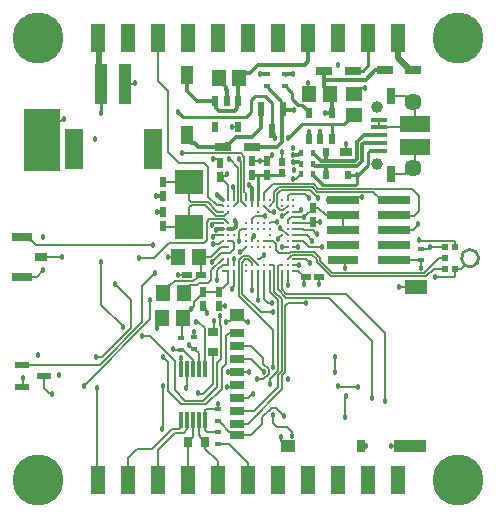
<source format=gtl>
G04*
G04 #@! TF.GenerationSoftware,Altium Limited,Altium Designer,23.10.1 (27)*
G04*
G04 Layer_Physical_Order=1*
G04 Layer_Color=39423*
%FSLAX25Y25*%
%MOIN*%
G70*
G04*
G04 #@! TF.SameCoordinates,F1345391-9F32-4E0E-91B1-EC67AA166F81*
G04*
G04*
G04 #@! TF.FilePolarity,Positive*
G04*
G01*
G75*
%ADD11C,0.01000*%
%ADD15C,0.00800*%
%ADD17R,0.04724X0.02362*%
%ADD18R,0.02055X0.02362*%
%ADD19R,0.02362X0.03347*%
%ADD20R,0.02362X0.02756*%
%ADD21R,0.04331X0.03150*%
%ADD22R,0.03937X0.13780*%
%ADD23R,0.05906X0.13386*%
%ADD24R,0.03150X0.03543*%
%ADD25R,0.03347X0.02756*%
%ADD26R,0.02165X0.01772*%
%ADD27R,0.11000X0.02900*%
%ADD28R,0.10000X0.02900*%
G04:AMPARAMS|DCode=29|XSize=29mil|YSize=110mil|CornerRadius=7.25mil|HoleSize=0mil|Usage=FLASHONLY|Rotation=270.000|XOffset=0mil|YOffset=0mil|HoleType=Round|Shape=RoundedRectangle|*
%AMROUNDEDRECTD29*
21,1,0.02900,0.09550,0,0,270.0*
21,1,0.01450,0.11000,0,0,270.0*
1,1,0.01450,-0.04775,-0.00725*
1,1,0.01450,-0.04775,0.00725*
1,1,0.01450,0.04775,0.00725*
1,1,0.01450,0.04775,-0.00725*
%
%ADD29ROUNDEDRECTD29*%
%ADD30R,0.04724X0.02756*%
%ADD31R,0.04724X0.03937*%
%ADD32R,0.03150X0.03937*%
%ADD33R,0.07480X0.05118*%
%ADD34R,0.11024X0.03937*%
%ADD35R,0.05315X0.02756*%
%ADD36R,0.03937X0.06299*%
%ADD37R,0.04921X0.05512*%
%ADD38R,0.01968X0.02559*%
%ADD39R,0.09449X0.07874*%
%ADD40C,0.01200*%
%ADD41R,0.05512X0.01575*%
%ADD42R,0.09843X0.05610*%
%ADD43R,0.02756X0.05610*%
%ADD44R,0.01181X0.05709*%
%ADD45R,0.06693X0.03150*%
%ADD46R,0.03347X0.02362*%
%ADD47R,0.01772X0.02165*%
%ADD48R,0.02362X0.04724*%
%ADD49R,0.05512X0.04921*%
%ADD53C,0.00394*%
%ADD92C,0.00500*%
%ADD93C,0.01200*%
%ADD94C,0.02000*%
%ADD95R,0.11843X0.21003*%
%ADD96C,0.00500*%
%ADD97R,0.05000X0.09500*%
%ADD98C,0.05709*%
%ADD99C,0.03937*%
%ADD100C,0.17000*%
%ADD101C,0.01800*%
D11*
X146736Y74243D02*
G03*
X140941Y73916I-2906J0D01*
G01*
D02*
G03*
X142097Y71909I2888J327D01*
G01*
D02*
G03*
X146736Y74243I1732J2334D01*
G01*
X73168Y93642D02*
Y102031D01*
X76306D01*
X106207Y99207D02*
Y101760D01*
X105700Y98700D02*
X106207Y99207D01*
X94694Y98700D02*
X105700D01*
X48100Y121200D02*
X69200D01*
X46500Y122800D02*
X48100Y121200D01*
X75643Y128192D02*
X77900Y125935D01*
Y116700D02*
Y125935D01*
X70800Y126800D02*
X72192Y128192D01*
X70800Y122800D02*
Y126800D01*
X69200Y121200D02*
X70800Y122800D01*
X108100Y136700D02*
X110000Y138600D01*
X104724Y136700D02*
X108100D01*
X110000Y138600D02*
Y147700D01*
X106360Y101760D02*
X109700Y105100D01*
X110500Y110100D02*
X113639D01*
X109700Y109300D02*
X110500Y110100D01*
X109700Y105100D02*
Y109300D01*
X106207Y101760D02*
X106360D01*
X83240Y114400D02*
X87830Y118989D01*
X78581Y114819D02*
X79000Y114400D01*
X113639Y110100D02*
X113657Y110082D01*
X103287Y102000D02*
X105968D01*
X106207Y101760D01*
X93155Y100239D02*
X94694Y98700D01*
X91786Y101625D02*
X93155Y100256D01*
X91786Y101625D02*
X91786D01*
X93155Y100239D02*
Y100256D01*
X91400Y102011D02*
X91786Y101625D01*
X101739Y118989D02*
X104805Y122055D01*
X97740Y118989D02*
X101739D01*
X87830D02*
X97740D01*
Y113871D02*
Y118989D01*
X104805Y122055D02*
X105100D01*
X80959Y124468D02*
X81640Y123787D01*
X84600Y127315D02*
Y129232D01*
X90260Y122729D02*
Y123221D01*
X89579Y123902D02*
X90260Y123221D01*
X89087Y123902D02*
X89579D01*
X87745Y125244D02*
X89087Y123902D01*
X86671Y125244D02*
X87745D01*
X84600Y127315D02*
X86671Y125244D01*
X82300Y131532D02*
X82497D01*
X82883Y131146D01*
Y130949D02*
Y131146D01*
Y130949D02*
X84600Y129232D01*
X77900Y116700D02*
X78581Y116019D01*
Y114819D02*
Y116019D01*
X91400Y102011D02*
Y102208D01*
X72192Y128192D02*
X75643D01*
X76306Y102031D02*
X81701D01*
X71200D02*
X76306D01*
X80959Y124468D02*
Y126635D01*
X76646Y130949D02*
X80959Y126635D01*
X76646Y130949D02*
Y131146D01*
X76260Y131532D02*
X76646Y131146D01*
X76063Y131532D02*
X76260D01*
X20963Y122729D02*
Y132327D01*
D15*
X57725Y85325D02*
X57750Y85300D01*
X57725Y85325D02*
X58200Y85800D01*
X61326D01*
X61357Y85769D01*
X73168Y91674D02*
Y93642D01*
X63326Y71989D02*
Y73958D01*
X61357Y71989D02*
X63326D01*
X71200Y91674D02*
Y93642D01*
D17*
X1743Y35000D02*
D03*
X-5343Y31260D02*
D03*
Y38740D02*
D03*
D18*
X135664Y70700D02*
D03*
X138900D02*
D03*
Y77787D02*
D03*
X135664D02*
D03*
Y74243D02*
D03*
D19*
X90260Y122729D02*
D03*
X97740D02*
D03*
Y113871D02*
D03*
X94000D02*
D03*
X90260D02*
D03*
X60200Y58336D02*
D03*
Y62864D02*
D03*
X66440Y117871D02*
D03*
X58960D02*
D03*
Y126729D02*
D03*
X62700D02*
D03*
X66440D02*
D03*
X60400Y101336D02*
D03*
Y105864D02*
D03*
X91400Y90864D02*
D03*
Y86336D02*
D03*
X71200Y102031D02*
D03*
Y106558D02*
D03*
X76306D02*
D03*
Y102031D02*
D03*
X41600Y99564D02*
D03*
Y95036D02*
D03*
Y89464D02*
D03*
Y84936D02*
D03*
X54900Y58400D02*
D03*
Y62928D02*
D03*
D20*
X103287Y102000D02*
D03*
X95800D02*
D03*
Y109480D02*
D03*
D21*
X102500D02*
D03*
X953Y74700D02*
D03*
D22*
X20963Y132327D02*
D03*
X28837D02*
D03*
D23*
X11711Y110673D02*
D03*
X38089D02*
D03*
D24*
X49747Y12800D02*
D03*
X55653D02*
D03*
D25*
X58100Y49548D02*
D03*
Y43052D02*
D03*
D26*
X47500Y47668D02*
D03*
Y43731D02*
D03*
X127600Y77368D02*
D03*
Y73431D02*
D03*
X60000Y12291D02*
D03*
Y16228D02*
D03*
Y19850D02*
D03*
Y23787D02*
D03*
X76063Y131532D02*
D03*
Y135468D02*
D03*
X82300Y131532D02*
D03*
Y135468D02*
D03*
X51900Y47769D02*
D03*
Y43832D02*
D03*
D27*
X101500Y83497D02*
D03*
Y78497D02*
D03*
Y88497D02*
D03*
X118500Y93497D02*
D03*
Y88497D02*
D03*
Y83497D02*
D03*
Y78497D02*
D03*
Y73497D02*
D03*
D28*
X101500D02*
D03*
D29*
Y93497D02*
D03*
D30*
X66311Y15243D02*
D03*
Y49298D02*
D03*
Y44968D02*
D03*
Y40637D02*
D03*
Y36306D02*
D03*
Y31976D02*
D03*
Y27645D02*
D03*
Y23314D02*
D03*
Y18983D02*
D03*
D31*
Y55401D02*
D03*
X83240Y11503D02*
D03*
D32*
X107650D02*
D03*
D33*
X125760Y64653D02*
D03*
D34*
X123988Y11503D02*
D03*
D35*
X104724Y136700D02*
D03*
X95276D02*
D03*
X115400Y136800D02*
D03*
X124849D02*
D03*
X71035Y111411D02*
D03*
X61587D02*
D03*
D36*
X49531Y115200D02*
D03*
Y135200D02*
D03*
D37*
X66945Y134100D02*
D03*
X60055D02*
D03*
X53445Y74700D02*
D03*
X46555D02*
D03*
X41455Y62600D02*
D03*
X48345D02*
D03*
X97145Y129000D02*
D03*
X90255D02*
D03*
X48145Y54400D02*
D03*
X41255D02*
D03*
D38*
X81142Y106165D02*
D03*
Y102424D02*
D03*
D39*
X50200Y99680D02*
D03*
Y84720D02*
D03*
D40*
X84979Y93642D02*
D03*
Y91674D02*
D03*
Y89705D02*
D03*
Y85769D02*
D03*
Y83800D02*
D03*
Y81832D02*
D03*
Y79863D02*
D03*
Y77895D02*
D03*
Y73958D02*
D03*
Y71989D02*
D03*
Y70021D02*
D03*
X83011Y93642D02*
D03*
Y91674D02*
D03*
Y89705D02*
D03*
Y85769D02*
D03*
Y83800D02*
D03*
Y81832D02*
D03*
Y79863D02*
D03*
Y77895D02*
D03*
Y73958D02*
D03*
Y71989D02*
D03*
Y70021D02*
D03*
X81042Y93642D02*
D03*
Y91674D02*
D03*
Y81832D02*
D03*
Y71989D02*
D03*
Y70021D02*
D03*
X77105Y93642D02*
D03*
Y91674D02*
D03*
Y85769D02*
D03*
Y83800D02*
D03*
Y81832D02*
D03*
Y79863D02*
D03*
Y77895D02*
D03*
Y71989D02*
D03*
Y70021D02*
D03*
X75137Y93642D02*
D03*
Y91674D02*
D03*
Y85769D02*
D03*
Y83800D02*
D03*
Y79863D02*
D03*
Y77895D02*
D03*
Y71989D02*
D03*
Y70021D02*
D03*
X73168Y93642D02*
D03*
Y91674D02*
D03*
Y89705D02*
D03*
Y85769D02*
D03*
Y83800D02*
D03*
Y79863D02*
D03*
Y77895D02*
D03*
Y73958D02*
D03*
Y71989D02*
D03*
Y70021D02*
D03*
X71200Y93642D02*
D03*
Y91674D02*
D03*
Y85769D02*
D03*
Y83800D02*
D03*
Y79863D02*
D03*
Y77895D02*
D03*
Y71989D02*
D03*
Y70021D02*
D03*
X69231Y93642D02*
D03*
Y91674D02*
D03*
Y85769D02*
D03*
Y83800D02*
D03*
Y81832D02*
D03*
Y79863D02*
D03*
Y77895D02*
D03*
Y71989D02*
D03*
Y70021D02*
D03*
X65294Y93642D02*
D03*
Y91674D02*
D03*
Y81832D02*
D03*
Y71989D02*
D03*
Y70021D02*
D03*
X63326Y93642D02*
D03*
Y91674D02*
D03*
Y89705D02*
D03*
Y85769D02*
D03*
Y83800D02*
D03*
Y81832D02*
D03*
Y79863D02*
D03*
Y77895D02*
D03*
Y73958D02*
D03*
Y71989D02*
D03*
Y70021D02*
D03*
X61357Y93642D02*
D03*
Y91674D02*
D03*
Y89705D02*
D03*
Y85769D02*
D03*
Y83800D02*
D03*
Y81832D02*
D03*
Y79863D02*
D03*
Y77895D02*
D03*
Y73958D02*
D03*
Y71989D02*
D03*
Y70021D02*
D03*
D41*
X113657Y110082D02*
D03*
Y112641D02*
D03*
Y120318D02*
D03*
Y117759D02*
D03*
Y115200D02*
D03*
D42*
X125527Y118989D02*
D03*
Y111411D02*
D03*
D43*
X117653Y102208D02*
D03*
Y128192D02*
D03*
D44*
X55437Y37132D02*
D03*
X53469D02*
D03*
X51500D02*
D03*
X49531D02*
D03*
X47563D02*
D03*
X55437Y20400D02*
D03*
X53469D02*
D03*
X51500D02*
D03*
X49531D02*
D03*
X47563D02*
D03*
D45*
X-5543Y68007D02*
D03*
Y81393D02*
D03*
D46*
X49636Y68700D02*
D03*
X54164D02*
D03*
X93664Y67769D02*
D03*
X89136D02*
D03*
D47*
X87463Y102208D02*
D03*
X91400D02*
D03*
Y105653D02*
D03*
X87463D02*
D03*
X91400Y109300D02*
D03*
X87463D02*
D03*
D48*
X81640Y123787D02*
D03*
X74160D02*
D03*
X77900Y116700D02*
D03*
D49*
X105100Y122055D02*
D03*
Y128945D02*
D03*
D53*
X143829Y71290D02*
D03*
D92*
X-5200Y31403D02*
Y34400D01*
X-5343Y31260D02*
X-5200Y31403D01*
X4148Y28876D02*
X4500D01*
X3645Y29355D02*
X3669D01*
X2000Y31000D02*
Y34743D01*
X3669Y29355D02*
X4148Y28876D01*
X2000Y31000D02*
X3645Y29355D01*
X1743Y35000D02*
X2000Y34743D01*
X20340Y38740D02*
X34600Y53000D01*
X20288Y38688D02*
X20340Y38740D01*
X-5343D02*
X20340D01*
X60600Y51816D02*
X60897Y51519D01*
X60600Y51816D02*
Y52478D01*
X58600Y50454D02*
Y53200D01*
X58173Y50027D02*
X58600Y50454D01*
X60600Y52478D02*
Y54800D01*
X58068Y49580D02*
X58344Y49856D01*
X58173Y50027D02*
X58344Y49856D01*
X56138Y56000D02*
X56200D01*
X55831Y56306D02*
X56138Y56000D01*
X59492Y91808D02*
X61224D01*
X56600Y94700D02*
Y104500D01*
Y94700D02*
X59492Y91808D01*
X47006Y105894D02*
X55206D01*
X56600Y104500D01*
X43300Y109600D02*
Y129900D01*
Y109600D02*
X47006Y105894D01*
X47900Y109100D02*
X48000Y109000D01*
X47800Y109200D02*
X47900Y109100D01*
X67600D01*
X68644Y108055D01*
X66995Y106905D02*
Y107086D01*
X69231Y93642D02*
Y95768D01*
X68644Y96355D02*
Y108055D01*
Y96355D02*
X69231Y95768D01*
X30800Y51000D02*
Y60328D01*
X25425Y65702D02*
Y65702D01*
Y65702D02*
X30800Y60328D01*
X21200Y41400D02*
X30800Y51000D01*
X19300Y41400D02*
X21200D01*
X34600Y53000D02*
Y64850D01*
X28234Y51280D02*
Y51453D01*
X19500Y700D02*
Y30800D01*
Y700D02*
X20000Y200D01*
X20963Y58724D02*
Y72813D01*
Y58724D02*
X28234Y51453D01*
X15100Y31700D02*
X37300Y53900D01*
Y60313D01*
X60400Y105864D02*
Y106219D01*
X63850Y107150D02*
X66645Y104356D01*
X59469Y107150D02*
X60400Y106219D01*
X58100Y107150D02*
X59469D01*
X63563D02*
X63850D01*
X67645Y93261D02*
Y106255D01*
X66995Y106905D02*
X67645Y106255D01*
X66645Y93024D02*
Y104356D01*
X47400Y40800D02*
Y40900D01*
X47900Y43832D02*
X51377Y40354D01*
X102500Y62400D02*
X115500Y49400D01*
X81042Y63974D02*
X82617Y62400D01*
X102500D01*
X115500Y26700D02*
Y49400D01*
X96959Y60841D02*
X111300Y46500D01*
Y27600D02*
Y46500D01*
X82659Y60841D02*
X96959D01*
X79693Y63807D02*
Y71592D01*
X80089Y71989D02*
X81042D01*
X79693Y71592D02*
X80089Y71989D01*
X77105D02*
X78111D01*
X78600Y63057D02*
Y71500D01*
X78111Y71989D02*
X78600Y71500D01*
X71200Y87416D02*
X72040Y88256D01*
X71200Y85769D02*
Y87416D01*
X71100Y79963D02*
Y81253D01*
Y79963D02*
X71200Y79863D01*
X71100Y81253D02*
X71700Y81853D01*
X67000Y79918D02*
Y83100D01*
X67700Y83800D01*
X69231D01*
X66945Y79863D02*
X67000Y79918D01*
X53500Y15150D02*
X54328Y14322D01*
X53500Y15150D02*
Y20369D01*
X53469Y20400D02*
X53500Y20369D01*
X40000Y200D02*
Y10400D01*
X45600Y16000D02*
X48400D01*
X40000Y10400D02*
X45600Y16000D01*
X49531Y17131D02*
Y20400D01*
X48400Y16000D02*
X49531Y17131D01*
X44500Y17300D02*
X46900D01*
X47563Y17963D02*
Y20400D01*
X46900Y17300D02*
X47563Y17963D01*
X37771Y10571D02*
X44500Y17300D01*
X30000Y200D02*
Y7700D01*
X32871Y10571D02*
X37771D01*
X30000Y7700D02*
X32871Y10571D01*
X79870Y36587D02*
Y60129D01*
X77105Y62894D02*
Y70021D01*
Y62894D02*
X79870Y60129D01*
X79106Y76994D02*
X80103Y75997D01*
X79106Y76994D02*
Y78887D01*
X80103Y75997D02*
X83696D01*
X81200Y35088D02*
X82300Y36188D01*
X69719Y18983D02*
X81200Y30464D01*
Y35088D01*
X79900Y31231D02*
Y35202D01*
X71983Y23314D02*
X79900Y31231D01*
Y35202D02*
X81155Y36457D01*
X81000Y13300D02*
Y14448D01*
X82797Y11503D02*
X83240D01*
X81000Y13300D02*
X82797Y11503D01*
X84600Y14872D02*
Y16400D01*
X83000Y18000D02*
X84600Y16400D01*
X79400Y18000D02*
X83000D01*
X78220Y19180D02*
X79400Y18000D01*
X78220Y19180D02*
Y21818D01*
X74523Y18983D02*
Y21223D01*
X77700Y24400D01*
X79215D01*
X81991Y21624D01*
X41388Y16832D02*
Y31600D01*
X98800Y36100D02*
Y37769D01*
X98826Y37795D01*
X69777Y27645D02*
X71205Y29074D01*
X71505D01*
X50756Y57300D02*
X50778Y57278D01*
X50800Y57300D01*
Y56931D02*
X51200Y57331D01*
X50469Y56600D02*
X50800Y56931D01*
Y57300D01*
X76515Y59100D02*
X78000D01*
X75137Y60478D02*
X76515Y59100D01*
X78591Y89716D02*
Y89750D01*
X77637Y86300D02*
X79325D01*
X79400D01*
X80600Y84100D02*
X80930D01*
X80958Y84072D01*
X78458Y89583D02*
X78591Y89716D01*
X80483Y90324D02*
X81661D01*
X79632Y91176D02*
X80483Y90324D01*
X79632Y91176D02*
Y95447D01*
X80900Y88100D02*
Y88143D01*
X81254Y88497D01*
X77105Y85769D02*
X77637Y86300D01*
X83011Y86811D02*
X84060Y87860D01*
X83011Y85769D02*
Y86811D01*
X84060Y87860D02*
X88396D01*
X76306Y101606D02*
Y102031D01*
X92859Y96403D02*
X111497D01*
X114403Y93497D02*
X118500D01*
X111497Y96403D02*
X114403Y93497D01*
X88662Y96800D02*
X90550D01*
X93200Y94150D01*
X56272Y16228D02*
X60000D01*
X55437Y17063D02*
Y20400D01*
Y17063D02*
X56272Y16228D01*
X51500Y14750D02*
Y20400D01*
X51072Y14322D02*
X51500Y14750D01*
X37115Y48285D02*
X45391Y40009D01*
X34600Y48285D02*
X37115D01*
X45391Y30092D02*
Y40009D01*
X61100Y37458D02*
X62400Y38758D01*
Y48119D01*
X63492Y49211D01*
X54817Y26700D02*
X59500Y31383D01*
Y39100D01*
X60897Y40497D01*
Y51519D01*
X55958Y25500D02*
X61100Y30642D01*
Y37458D01*
X58100Y32268D02*
Y43052D01*
X54900Y29068D02*
X58100Y32268D01*
X80833Y14615D02*
X81000Y14448D01*
X82300Y36188D02*
Y58300D01*
X83191Y59191D02*
X88821D01*
X82300Y58300D02*
X83191Y59191D01*
X73958Y73958D02*
X75100Y75100D01*
X73168Y73958D02*
X73958D01*
X75100Y75100D02*
X75100D01*
X69941Y73759D02*
X71200Y72500D01*
Y71989D02*
Y72500D01*
X67882Y72679D02*
X68962Y73759D01*
X69941D01*
X68322Y74958D02*
X70243D01*
X73168Y71989D02*
Y72031D01*
X70243Y74958D02*
X73168Y72031D01*
X91400Y90864D02*
X93336D01*
X95703Y88497D01*
X101500D01*
X91400Y90400D02*
Y90864D01*
X88396Y87860D02*
X88560D01*
X90140Y89441D01*
X90469D01*
X83700Y95500D02*
X88900D01*
X90058Y94342D02*
X90058D01*
X88900Y95500D02*
X90058Y94342D01*
X83011Y93642D02*
Y94811D01*
X83700Y95500D01*
X81100Y109600D02*
Y109900D01*
X81142Y109942D01*
Y106165D02*
Y109942D01*
X85855Y100600D02*
X87463Y102208D01*
X85000Y100600D02*
X85855D01*
X84138Y96800D02*
X88662D01*
X84966Y98800D02*
X87833D01*
X84552Y97800D02*
X88248D01*
X56100Y80200D02*
Y86300D01*
X55300Y79400D02*
X56100Y80200D01*
Y86300D02*
X57000Y87200D01*
X58100Y81393D02*
X58539Y81832D01*
X58100Y78900D02*
X58570D01*
X58640Y78829D01*
X61895Y87200D02*
X63326Y85769D01*
X57000Y87200D02*
X61895D01*
X59044Y88256D02*
X61822D01*
X55400Y91900D02*
X59044Y88256D01*
X59595Y89705D02*
X61357D01*
X56400Y92900D02*
X59595Y89705D01*
X51100Y91900D02*
X55400D01*
X50200Y99680D02*
X50700D01*
X51300Y99080D01*
Y97214D02*
Y99080D01*
X50200Y84720D02*
X50300Y84820D01*
Y91100D02*
X51100Y91900D01*
X50300Y84820D02*
Y91100D01*
X51000Y92900D02*
X56400D01*
X50200Y93700D02*
Y99680D01*
Y93700D02*
X51000Y92900D01*
X41816Y84720D02*
X50200D01*
X41717Y99680D02*
X50200D01*
X38400Y74200D02*
X43600Y79400D01*
X55300D01*
X58539Y81832D02*
X61357D01*
X33300Y74200D02*
X38400D01*
X33300D02*
X33400Y74300D01*
X61822Y88256D02*
X62916Y89350D01*
X80984Y96800D02*
X84138D01*
X88248Y97800D02*
X91461D01*
X80107D02*
X84552D01*
X87833Y98800D02*
X91876D01*
X78063D02*
X84966D01*
X79632Y95447D02*
X80984Y96800D01*
X77281Y107982D02*
X77900Y108600D01*
X102607Y109588D02*
Y112141D01*
X102500Y109480D02*
X102607Y109588D01*
X63326Y89623D02*
Y89705D01*
X63053Y89350D02*
X63326Y89623D01*
X62916Y89350D02*
X63053D01*
X68029Y53682D02*
X68418D01*
X69324Y52776D02*
X69938D01*
X68418Y53682D02*
X69324Y52776D01*
X69500Y36300D02*
X70100D01*
X69494Y36306D02*
X69500Y36300D01*
X52312Y43688D02*
X53469Y42531D01*
Y41733D02*
Y42531D01*
X52044Y43688D02*
X52312D01*
X50200Y45200D02*
X50323D01*
X50623Y44900D01*
X51377Y37255D02*
Y40354D01*
X50623Y44900D02*
X51692Y43832D01*
X51900D01*
X60200Y58200D02*
X62200D01*
X60200D02*
Y58336D01*
X66882Y73517D02*
X68322Y74958D01*
X66882Y69848D02*
Y73517D01*
Y69047D02*
Y69848D01*
Y63273D02*
Y69047D01*
Y61722D02*
Y63273D01*
Y61722D02*
X78220Y50383D01*
X67882Y62379D02*
X74061Y56200D01*
X67882Y62379D02*
Y62859D01*
Y69461D02*
Y70262D01*
Y62859D02*
Y69461D01*
Y70262D02*
Y72679D01*
X65311Y74056D02*
X65328Y74073D01*
X65294Y64940D02*
Y70021D01*
X64427Y64073D02*
X65294Y64940D01*
X88731Y67769D02*
X89136D01*
X84979Y70021D02*
X86480D01*
X88731Y67769D01*
X83011Y65335D02*
Y70021D01*
X83011Y65335D02*
X83240Y65106D01*
X78600Y63057D02*
X81155Y60502D01*
X79693Y63807D02*
X82659Y60841D01*
X51200Y57331D02*
X52000Y58131D01*
Y59700D02*
X53804Y61504D01*
X52000Y58131D02*
Y59700D01*
X53804Y61504D02*
X53969D01*
X45355Y66500D02*
X51600D01*
X52741Y67641D02*
Y67769D01*
X51600Y66500D02*
X52741Y67641D01*
X50555Y65106D02*
X52706D01*
X53600Y66000D02*
X56600D01*
X52706Y65106D02*
X53600Y66000D01*
X-704Y78497D02*
X38089D01*
X-1063Y78856D02*
X-704Y78497D01*
X-2275Y80068D02*
X-1063Y78856D01*
X126800Y80200D02*
X126987Y80013D01*
X138607D01*
X138900Y77787D02*
Y79720D01*
X138607Y80013D02*
X138900Y79720D01*
X133399Y74243D02*
X135664D01*
X97904Y69250D02*
X128406D01*
X133399Y74243D01*
X97489Y68250D02*
X129301D01*
X131751Y70700D01*
X138607Y67964D02*
X138900Y68257D01*
X131751Y70700D02*
X135664D01*
X132300Y67964D02*
X138607D01*
X138900Y68257D02*
Y70700D01*
X122143Y128192D02*
X124623Y125712D01*
X125133D01*
X140887Y70700D02*
X142097Y71909D01*
X7457Y119976D02*
X8341Y120859D01*
X60959Y75997D02*
X63922D01*
X57974Y73012D02*
X60959Y75997D01*
X57508Y70108D02*
X61357Y73958D01*
X57974Y72907D02*
Y73012D01*
X57508Y66908D02*
Y70108D01*
X8581Y120619D02*
Y121100D01*
Y120619D02*
X8600Y120600D01*
X125133Y125712D02*
X125527Y125318D01*
X117653Y128192D02*
X122143D01*
X76063Y135468D02*
X76063Y135468D01*
X125251Y88407D02*
X126800Y89956D01*
X124350Y97403D02*
X126800Y94952D01*
Y89956D02*
Y94952D01*
X118591Y88407D02*
X125251D01*
X93273Y97403D02*
X124350D01*
X91876Y98800D02*
X93273Y97403D01*
X91461Y97800D02*
X92859Y96403D01*
X102257Y94599D02*
X107693D01*
X101155Y93497D02*
X102257Y94599D01*
X101155Y93497D02*
X101500D01*
X78632Y93200D02*
Y96325D01*
X80107Y97800D01*
X-3600Y81221D02*
X-2447Y80068D01*
X-2275D01*
X54328Y14322D02*
X54328D01*
X55653Y12997D01*
X59700Y500D02*
Y6524D01*
X55653Y10571D02*
X59700Y6524D01*
X55653Y10571D02*
Y12997D01*
X63492Y49211D02*
X66224D01*
X66311Y49298D01*
Y44968D02*
X70937D01*
X74877Y39021D02*
Y41028D01*
X70937Y44968D02*
X74877Y41028D01*
Y39021D02*
X76787Y37110D01*
Y35623D02*
Y37110D01*
X70806Y40637D02*
X75137Y36306D01*
X66311Y18983D02*
X69719D01*
X66311Y23314D02*
X71983D01*
X81155Y36457D02*
Y60502D01*
X78220Y37928D02*
Y50383D01*
X74061Y56200D02*
X78220D01*
X77295Y34012D02*
X79870Y36587D01*
X75137Y60478D02*
Y70021D01*
X74921Y33757D02*
X76787Y35623D01*
X72709Y33757D02*
X74921D01*
X77295Y32107D02*
Y34012D01*
X48784Y26700D02*
X54817D01*
X45391Y30092D02*
X48784Y26700D01*
X43100Y30055D02*
Y39621D01*
Y30055D02*
X47655Y25500D01*
X55958D01*
X62944Y31405D02*
X65740D01*
X66311Y31976D01*
X53469Y37132D02*
Y41733D01*
X51900Y43832D02*
X52044Y43688D01*
X130700Y77761D02*
X130726Y77787D01*
X130600Y77761D02*
X130700D01*
X77228Y89583D02*
X78458D01*
X62038Y101453D02*
X62793Y102208D01*
X100300Y31300D02*
X106400D01*
X102327Y70977D02*
Y72670D01*
X101500Y73497D02*
X102327Y72670D01*
X89227Y73958D02*
X90602Y72583D01*
Y72460D02*
Y72583D01*
X102300Y21250D02*
X102325Y21275D01*
Y28227D01*
X102350Y28252D01*
X98826Y37795D02*
Y41265D01*
X93500Y65562D02*
X93664Y65726D01*
Y67769D01*
X127500Y73331D02*
X127600Y73431D01*
X127500Y70950D02*
Y73331D01*
X93827Y73327D02*
Y74173D01*
X92827Y72913D02*
X97489Y68250D01*
X92827Y72913D02*
Y73759D01*
X93827Y73327D02*
X97904Y69250D01*
X75137Y79863D02*
X77105D01*
X78131D01*
X89031Y59191D02*
X89031Y59191D01*
X88821Y59191D02*
X89031D01*
X88821Y59191D02*
X88821Y59191D01*
X1500Y114019D02*
Y114726D01*
X6750Y119976D01*
X7457D01*
X953Y74700D02*
X8000D01*
X62793Y53235D02*
X63752D01*
X62545Y52986D02*
X62793Y53235D01*
X69938Y52776D02*
X70000Y52837D01*
X66311Y55401D02*
X68029Y53682D01*
X117653Y11500D02*
X117656Y11503D01*
X123988D01*
X55437Y37132D02*
Y50850D01*
X52406Y53006D02*
X53281D01*
X55437Y50850D01*
X78131Y79863D02*
X79106Y78887D01*
X91278Y75308D02*
X92827Y73759D01*
X84420Y75308D02*
X91278D01*
X91693Y76307D02*
X93827Y74173D01*
X84979Y77895D02*
X85011Y77926D01*
X86572D02*
X86603Y77957D01*
X85011Y77926D02*
X86572D01*
X84006Y76307D02*
X91693D01*
X81042Y63974D02*
Y70021D01*
X65311Y72006D02*
Y74056D01*
X65294Y71989D02*
X65311Y72006D01*
X127600Y77368D02*
X129856D01*
X130248Y77761D01*
X130600D01*
X107650Y11503D02*
X109197D01*
X109200Y11500D01*
X88396Y65562D02*
X88500Y65666D01*
Y67035D02*
X89235Y67769D01*
X88500Y65666D02*
Y67035D01*
X41600Y84936D02*
X41816Y84720D01*
X39872Y53017D02*
X41255Y54400D01*
X39872Y51187D02*
Y53017D01*
X39535Y50850D02*
X39872Y51187D01*
X86929Y71989D02*
X86989Y71930D01*
X84979Y71989D02*
X86929D01*
X84979Y73958D02*
X89227D01*
X91400Y86336D02*
X93827D01*
X93884Y86393D01*
X89765Y129490D02*
Y132410D01*
X89954Y132600D01*
X89765Y129490D02*
X90255Y129000D01*
X90260Y116408D02*
X90700Y116848D01*
X41255Y16965D02*
Y17173D01*
Y16965D02*
X41388Y16832D01*
X90260Y113871D02*
Y116408D01*
X75137Y95874D02*
X78063Y98800D01*
X113657Y117759D02*
X124296D01*
X125527Y118989D01*
X113657Y117759D02*
Y120318D01*
X112810Y124747D02*
X113468Y125405D01*
X116525Y126357D02*
X117653Y127485D01*
Y128192D01*
Y102208D02*
X122143D01*
X124230Y104295D01*
X124739D01*
X117215Y102645D02*
X117653Y102208D01*
X125527Y105082D02*
Y111411D01*
X124739Y104295D02*
X125527Y105082D01*
Y118989D02*
Y125318D01*
X105100Y128945D02*
X106955Y130800D01*
X108700D01*
X28837Y132327D02*
X31827D01*
X32100Y132600D01*
X64476Y117871D02*
X66440D01*
X40000Y133200D02*
X43300Y129900D01*
X76306Y106558D02*
Y107050D01*
X77237Y107982D01*
X77281D01*
X73809Y106558D02*
X76306D01*
X71200D02*
X73809D01*
X60400Y101336D02*
X60516Y101453D01*
X62038D01*
X61223Y79863D02*
X61357D01*
X60189Y78829D02*
X61223Y79863D01*
X58640Y78829D02*
X60189D01*
X-5543Y68007D02*
X-436D01*
X1657Y70100D01*
X34600Y64850D02*
X39000Y69250D01*
X41522Y41199D02*
X43100Y39621D01*
X41388Y41199D02*
X41522D01*
X53288Y29295D02*
X53514Y29068D01*
X54900D01*
X63220Y36407D02*
X66210D01*
X66311Y36306D01*
X63752Y53235D02*
X65917Y55401D01*
X55831Y56306D02*
Y57469D01*
X54900Y58400D02*
X55831Y57469D01*
X47400Y40800D02*
X47563Y40637D01*
Y37132D02*
Y40637D01*
X51377Y37255D02*
X51500Y37132D01*
X51900Y47769D02*
Y49594D01*
X66311Y27645D02*
X69777D01*
X60000Y19850D02*
X60197D01*
X60833Y19214D01*
Y19204D02*
Y19214D01*
Y19204D02*
X63666Y16371D01*
X65183D02*
X66311Y15243D01*
X63666Y16371D02*
X65183D01*
X60000Y23787D02*
Y25500D01*
X55971Y23787D02*
X60000D01*
X55653Y23469D02*
X55971Y23787D01*
X55437Y20400D02*
X55653Y20616D01*
Y23469D01*
X60000Y12291D02*
X63647D01*
X70000Y5938D01*
Y200D02*
Y5938D01*
X59700Y500D02*
X60000Y200D01*
X49747Y12800D02*
X50000Y12547D01*
Y200D02*
Y12547D01*
X49747Y12997D02*
X51072Y14322D01*
X49747Y12800D02*
Y12997D01*
X20000Y133290D02*
X20963Y132327D01*
X67645Y93261D02*
X69231Y91674D01*
X65294D02*
X66645Y93024D01*
X101500Y83497D02*
Y88497D01*
X77105Y91674D02*
X78632Y93200D01*
X81661Y90324D02*
X83011Y91674D01*
X61600Y100144D02*
X63310Y98434D01*
Y93658D02*
X63326Y93642D01*
X63310Y93658D02*
Y98434D01*
X40000Y133200D02*
Y147700D01*
X44969Y43731D02*
X47500D01*
X44900Y43800D02*
X44969Y43731D01*
X67238Y75901D02*
X69231Y77895D01*
X67238Y75901D02*
Y76307D01*
X58068Y49580D02*
X58100Y49548D01*
X65917Y55401D02*
X66311D01*
X49531Y31683D02*
Y37132D01*
X49200Y31352D02*
X49531Y31683D01*
X49200Y31000D02*
Y31352D01*
X66311Y40637D02*
X70806D01*
X66311Y36306D02*
X69494D01*
X100000Y31600D02*
X100300Y31300D01*
X89432Y81832D02*
X91250Y80013D01*
X90237Y77761D02*
X94550D01*
X91250Y79863D02*
Y80013D01*
X90088Y67978D02*
X90143Y68033D01*
X66311Y15243D02*
X70783D01*
X74523Y18983D01*
X115400Y26600D02*
X115500Y26700D01*
X124809Y83497D02*
X126550Y85239D01*
Y85489D01*
X130726Y77787D02*
X135664D01*
X118500Y83497D02*
X124809D01*
X118500Y88497D02*
X118591Y88407D01*
X118566Y73431D02*
X127600D01*
X118500Y73497D02*
X118566Y73431D01*
X120232Y64653D02*
X125760D01*
X126941D01*
X129250Y66962D01*
X138900Y70700D02*
X140887D01*
X88134Y79863D02*
X90237Y77761D01*
X84979Y79863D02*
X88134D01*
X80865Y83978D02*
X80958Y84072D01*
X81254Y88497D02*
X81803D01*
X75137Y91674D02*
X77228Y89583D01*
X63326Y91615D02*
Y91674D01*
X61224Y91808D02*
X61357Y91674D01*
X65294Y93642D02*
Y97466D01*
X64960Y97800D02*
X65294Y97466D01*
X72040Y88256D02*
X74877D01*
X83011Y73958D02*
X83070D01*
X83696Y75997D02*
X84006Y76307D01*
X83070Y73958D02*
X84420Y75308D01*
X80865Y83978D02*
X83011Y81832D01*
X81803Y88497D02*
X83011Y89705D01*
X84979D02*
X86989D01*
X87655Y90372D01*
X90469Y89441D02*
X91400Y90372D01*
X80000Y80789D02*
X81042Y81832D01*
X80000Y80600D02*
Y80789D01*
X81409Y77895D02*
X83011D01*
X81302Y77787D02*
X81409Y77895D01*
X84979Y85769D02*
X90832D01*
X91400Y86336D01*
Y83497D02*
X92497Y82400D01*
X92900D01*
X88556Y83497D02*
X91400D01*
X84979Y83800D02*
X88253D01*
X88556Y83497D01*
X84979Y81832D02*
X89432D01*
X73168Y60228D02*
Y70021D01*
X71200Y63635D02*
Y70021D01*
X75137Y93642D02*
Y95874D01*
X47900Y47769D02*
Y54155D01*
X48145Y54400D01*
X54900Y62435D02*
Y62928D01*
X53969Y61504D02*
X54900Y62435D01*
X41455Y62600D02*
Y62895D01*
X43666Y65106D01*
X43961D01*
X45355Y66500D01*
X53672Y68700D02*
X54164D01*
X52741Y67769D02*
X53672Y68700D01*
X56600Y66000D02*
X57508Y66908D01*
X48345Y62895D02*
X50555Y65106D01*
X48345Y62600D02*
Y62895D01*
X54164Y68700D02*
Y73981D01*
X53445Y74700D02*
X54164Y73981D01*
X46555Y68700D02*
X49636D01*
X43100Y74700D02*
X46555D01*
X59600Y70231D02*
X61357Y71989D01*
X59600Y66908D02*
Y70231D01*
X61357Y70021D02*
X63326D01*
Y65990D02*
Y70021D01*
X61623Y64287D02*
X63326Y65990D01*
X61131Y64287D02*
X61623D01*
X60200Y63356D02*
X61131Y64287D01*
X60200Y62864D02*
Y63356D01*
X54900Y62928D02*
X60136D01*
X60200Y62864D01*
X53445Y74700D02*
X57663D01*
X61224Y77761D02*
X61357Y77895D01*
X60723Y77761D02*
X61224D01*
X57663Y74700D02*
X60723Y77761D01*
X65200Y77276D02*
Y79200D01*
X63922Y75997D02*
X65200Y77276D01*
X63326Y79863D02*
X64537D01*
X65200Y79200D01*
X61357Y77895D02*
X63326D01*
X61600Y100144D02*
Y101128D01*
X41600Y99564D02*
X41717Y99680D01*
X60400Y101828D02*
X61331Y102759D01*
D93*
X52081Y112650D02*
X53321Y111411D01*
X50900Y112650D02*
X52081D01*
X49531Y114019D02*
Y115200D01*
X53321Y111411D02*
X61587D01*
X49531Y114019D02*
X50900Y112650D01*
X92253Y104800D02*
X95800D01*
X91400Y105653D02*
X92253Y104800D01*
X105496Y106500D02*
X106300Y107304D01*
X95900Y106500D02*
X105496D01*
X95900D02*
Y109380D01*
X94200Y106500D02*
X95900D01*
X91400Y109300D02*
X94200Y106500D01*
X39300Y94800D02*
X41364D01*
X62365Y112189D02*
X63589D01*
X66000Y114600D02*
X71219D01*
X63589Y112189D02*
X66000Y114600D01*
X71219D02*
X74160Y117541D01*
X95508Y133700D02*
X109100D01*
X112200Y136800D02*
X115400D01*
X109100Y133700D02*
X112200Y136800D01*
X106300Y107304D02*
Y113000D01*
X108500Y115200D02*
X113657D01*
X106300Y113000D02*
X108500Y115200D01*
X108000Y112096D02*
X108545Y112641D01*
X108000Y106600D02*
Y112096D01*
X108545Y112641D02*
X113657D01*
X106200Y104800D02*
X108000Y106600D01*
X95800Y104800D02*
X106200D01*
X79668Y111411D02*
X81155Y112897D01*
X71035Y111411D02*
X79668D01*
X84900Y106400D02*
X86716D01*
X87463Y105653D01*
X84900Y106400D02*
X85235Y106065D01*
X86663Y108500D02*
X87463Y109300D01*
X84800Y108500D02*
X86663D01*
X85000Y105829D02*
Y106100D01*
Y105829D02*
X85235Y106065D01*
X59546Y83800D02*
X61357D01*
X59246Y83500D02*
X59546Y83800D01*
X65621Y86640D02*
X65868Y86393D01*
X65868Y84668D02*
Y86393D01*
X65868D02*
X65868D01*
X59246Y83500D02*
X59324D01*
X39400Y89700D02*
X39500D01*
X39700Y89500D01*
X41364Y94800D02*
X41600Y95036D01*
X39700Y89500D02*
X39823Y89623D01*
X81155Y112897D02*
Y123301D01*
X95800Y102000D02*
Y104700D01*
Y109480D02*
X95900Y109380D01*
X70425Y98353D02*
X71200Y97579D01*
Y93642D02*
Y97579D01*
X65000Y83800D02*
X65868Y84668D01*
X63326Y83800D02*
X65000D01*
X82300Y135468D02*
X84719D01*
X82300D02*
X82577Y135192D01*
X73809Y135468D02*
X76063D01*
X60588Y133272D02*
X62585Y131275D01*
Y130115D02*
Y131275D01*
Y130115D02*
X62700Y130000D01*
X81447Y123593D02*
X81640Y123787D01*
X81155Y123301D02*
X81447Y123593D01*
X81540Y123500D02*
X85300D01*
X81447Y123593D02*
X81540Y123500D01*
X58960Y126729D02*
X59334Y126355D01*
Y124103D02*
Y126355D01*
Y124103D02*
X60037Y123400D01*
X66066Y126355D02*
X66440Y126729D01*
X60037Y123400D02*
X65363D01*
X66066Y124103D01*
Y126355D01*
X95495Y122729D02*
X97740D01*
X74160Y117541D02*
Y123787D01*
X61587Y111411D02*
X62365Y112189D01*
X95276Y133932D02*
Y136700D01*
Y131165D02*
Y133932D01*
X95508Y133700D01*
X95276Y131165D02*
X97145Y129295D01*
Y129000D02*
Y129295D01*
X97740Y122729D02*
Y128405D01*
X97145Y129000D02*
X97740Y128405D01*
X90000Y139885D02*
Y147700D01*
X88715Y138600D02*
X90000Y139885D01*
X73300Y138600D02*
X88715D01*
X70503Y135803D02*
X73300Y138600D01*
X66945Y134100D02*
X68647Y135803D01*
X70503D01*
X62700Y126729D02*
Y130000D01*
X66440Y126729D02*
Y133595D01*
X66945Y134100D01*
X49531Y135200D02*
X49636Y135095D01*
Y129900D02*
Y135095D01*
Y129900D02*
X52807Y126729D01*
X58960D01*
X59600Y95400D02*
X61357Y93642D01*
X39823Y89623D02*
X41440D01*
X41600Y89464D01*
D94*
X20200Y133090D02*
X20963Y132327D01*
X20000Y147700D02*
X20200Y147500D01*
Y133090D02*
Y147500D01*
X120000Y140832D02*
Y147700D01*
X123569Y136800D02*
X124849D01*
X123191Y137178D02*
X123569Y136800D01*
X123191Y137178D02*
Y137641D01*
X120000Y140832D02*
X123191Y137641D01*
D95*
X1078Y113602D02*
D03*
D96*
X110000Y90997D02*
D03*
Y75997D02*
D03*
D97*
X20000Y200D02*
D03*
Y147700D02*
D03*
X30000D02*
D03*
X40000D02*
D03*
X50000D02*
D03*
X60000D02*
D03*
X70000D02*
D03*
X80000D02*
D03*
X90000D02*
D03*
X100000D02*
D03*
X110000D02*
D03*
X120000D02*
D03*
Y200D02*
D03*
X110000D02*
D03*
X100000D02*
D03*
X90000D02*
D03*
X80000D02*
D03*
X70000D02*
D03*
X60000D02*
D03*
X50000D02*
D03*
X40000D02*
D03*
X30000D02*
D03*
D98*
X124739Y126105D02*
D03*
Y104295D02*
D03*
D99*
X112810Y105653D02*
D03*
Y124747D02*
D03*
D100*
X0Y147700D02*
D03*
X140000D02*
D03*
Y200D02*
D03*
X0D02*
D03*
D101*
X-5200Y34400D02*
D03*
X6900Y35100D02*
D03*
X58600Y53200D02*
D03*
X60600Y54800D02*
D03*
X56200Y56000D02*
D03*
X52406Y53006D02*
D03*
X47800Y109200D02*
D03*
X66995Y107086D02*
D03*
X28234Y51280D02*
D03*
X19500Y30800D02*
D03*
X19300Y41400D02*
D03*
X25425Y65702D02*
D03*
X63563Y107150D02*
D03*
X58100D02*
D03*
X70294Y98453D02*
D03*
X47400Y40900D02*
D03*
X15100Y31700D02*
D03*
X65621Y86640D02*
D03*
X81991Y21624D02*
D03*
X98800Y36100D02*
D03*
X63220Y36407D02*
D03*
X71505Y29074D02*
D03*
X62944Y31405D02*
D03*
X50756Y57300D02*
D03*
X78000Y59100D02*
D03*
X78591Y89750D02*
D03*
X79400Y86300D02*
D03*
X80600Y84100D02*
D03*
X81200Y88400D02*
D03*
X41388Y41199D02*
D03*
X75100Y75100D02*
D03*
X39300Y94800D02*
D03*
X46500Y122800D02*
D03*
X81100Y109600D02*
D03*
X84800Y108500D02*
D03*
X85000Y111000D02*
D03*
Y106100D02*
D03*
X85017Y103706D02*
D03*
X75377Y88256D02*
D03*
X85000Y100600D02*
D03*
X57750Y85300D02*
D03*
X58100Y81393D02*
D03*
Y78900D02*
D03*
X71800Y81700D02*
D03*
X59246Y83500D02*
D03*
X33400Y74300D02*
D03*
X39400Y89700D02*
D03*
X77900Y108600D02*
D03*
X83240Y114400D02*
D03*
X79000D02*
D03*
X102607Y112141D02*
D03*
X70100Y36300D02*
D03*
X50200Y45200D02*
D03*
X62200Y58200D02*
D03*
X65328Y74073D02*
D03*
X34600Y48285D02*
D03*
X38089Y78497D02*
D03*
X132300Y67964D02*
D03*
X57974Y72907D02*
D03*
X8600Y120600D02*
D03*
X84719Y135468D02*
D03*
X73809D02*
D03*
X107693Y94599D02*
D03*
X75137Y36306D02*
D03*
X78220Y37928D02*
D03*
Y56200D02*
D03*
X130600Y77761D02*
D03*
X62793Y102208D02*
D03*
X106400Y31300D02*
D03*
X102327Y70977D02*
D03*
X90602Y72460D02*
D03*
X102350Y28252D02*
D03*
X93500Y65562D02*
D03*
X127500Y70950D02*
D03*
X89031Y59191D02*
D03*
X106207Y101760D02*
D03*
X64427Y64073D02*
D03*
X62545Y52986D02*
D03*
X70000Y52837D02*
D03*
X117653Y11500D02*
D03*
X78220Y21818D02*
D03*
X-4Y41793D02*
D03*
X86603Y77957D02*
D03*
X109200Y11500D02*
D03*
X80833Y14615D02*
D03*
X88396Y65562D02*
D03*
X39535Y50850D02*
D03*
X86989Y71930D02*
D03*
X88396Y87860D02*
D03*
X93884Y86393D02*
D03*
X85300Y123500D02*
D03*
X95495Y122729D02*
D03*
X89954Y132600D02*
D03*
X99883Y138700D02*
D03*
X90260Y116408D02*
D03*
X94000D02*
D03*
X41255Y17173D02*
D03*
X41388Y31600D02*
D03*
X20963Y72813D02*
D03*
X18863Y113800D02*
D03*
X108700Y130800D02*
D03*
X32100Y132600D02*
D03*
X62700Y130000D02*
D03*
X64476Y117871D02*
D03*
X73809Y106558D02*
D03*
X1500Y81393D02*
D03*
X1657Y70100D02*
D03*
X8000Y74700D02*
D03*
X37300Y60313D02*
D03*
X53288Y29295D02*
D03*
X39000Y69250D02*
D03*
X4500Y28876D02*
D03*
X72709Y33757D02*
D03*
X51900Y49594D02*
D03*
X60000Y25500D02*
D03*
X20963Y122729D02*
D03*
X102300Y21250D02*
D03*
X90058Y94342D02*
D03*
X93200Y94150D02*
D03*
X64960Y97800D02*
D03*
X98826Y41265D02*
D03*
X84600Y14872D02*
D03*
X44900Y43800D02*
D03*
X46555Y68700D02*
D03*
X67238Y76307D02*
D03*
X83218Y34012D02*
D03*
X73168Y60228D02*
D03*
X49200Y31000D02*
D03*
X77295Y32107D02*
D03*
X100000Y31600D02*
D03*
X94550Y77761D02*
D03*
X91250Y79863D02*
D03*
X111300Y27600D02*
D03*
X115400Y26600D02*
D03*
X126550Y85489D02*
D03*
X120232Y64653D02*
D03*
X126800Y80200D02*
D03*
X71200Y63635D02*
D03*
X43100Y74700D02*
D03*
X66945Y79863D02*
D03*
X87655Y90372D02*
D03*
X80000Y80600D02*
D03*
X81302Y77787D02*
D03*
X92900Y82400D02*
D03*
X83240Y65106D02*
D03*
X59600Y66908D02*
D03*
Y95400D02*
D03*
M02*

</source>
